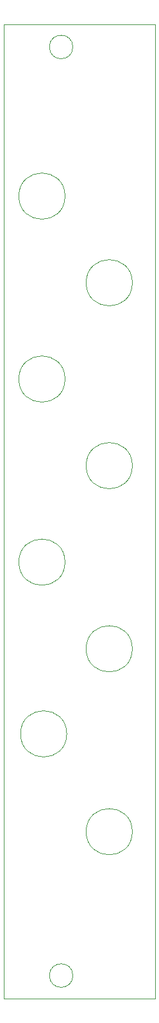
<source format=gbr>
G04 #@! TF.GenerationSoftware,KiCad,Pcbnew,(5.1.9)-1*
G04 #@! TF.CreationDate,2021-08-04T02:24:11+02:00*
G04 #@! TF.ProjectId,sequswit-panel,73657175-7377-4697-942d-70616e656c2e,rev?*
G04 #@! TF.SameCoordinates,Original*
G04 #@! TF.FileFunction,Profile,NP*
%FSLAX46Y46*%
G04 Gerber Fmt 4.6, Leading zero omitted, Abs format (unit mm)*
G04 Created by KiCad (PCBNEW (5.1.9)-1) date 2021-08-04 02:24:11*
%MOMM*%
%LPD*%
G01*
G04 APERTURE LIST*
G04 #@! TA.AperFunction,Profile*
%ADD10C,0.050000*%
G04 #@! TD*
G04 APERTURE END LIST*
D10*
X218765120Y-66631220D02*
G75*
G03*
X218765120Y-66631220I-1550000J0D01*
G01*
X218770800Y-189130940D02*
G75*
G03*
X218770800Y-189130940I-1550000J0D01*
G01*
X217959400Y-157251400D02*
G75*
G03*
X217959400Y-157251400I-3050000J0D01*
G01*
X226620800Y-146027400D02*
G75*
G03*
X226620800Y-146027400I-3050000J0D01*
G01*
X226620800Y-170154600D02*
G75*
G03*
X226620800Y-170154600I-3050000J0D01*
G01*
X217730800Y-134591800D02*
G75*
G03*
X217730800Y-134591800I-3050000J0D01*
G01*
X217730800Y-110439200D02*
G75*
G03*
X217730800Y-110439200I-3050000J0D01*
G01*
X217730800Y-86309200D02*
G75*
G03*
X217730800Y-86309200I-3050000J0D01*
G01*
X226620800Y-97739200D02*
G75*
G03*
X226620800Y-97739200I-3050000J0D01*
G01*
X226620800Y-121869200D02*
G75*
G03*
X226620800Y-121869200I-3050000J0D01*
G01*
X229670800Y-63652200D02*
X209670800Y-63652200D01*
X229670800Y-192152200D02*
X229670800Y-63652200D01*
X209670800Y-192152200D02*
X229670800Y-192152200D01*
X209670800Y-63652200D02*
X209670800Y-192152200D01*
M02*

</source>
